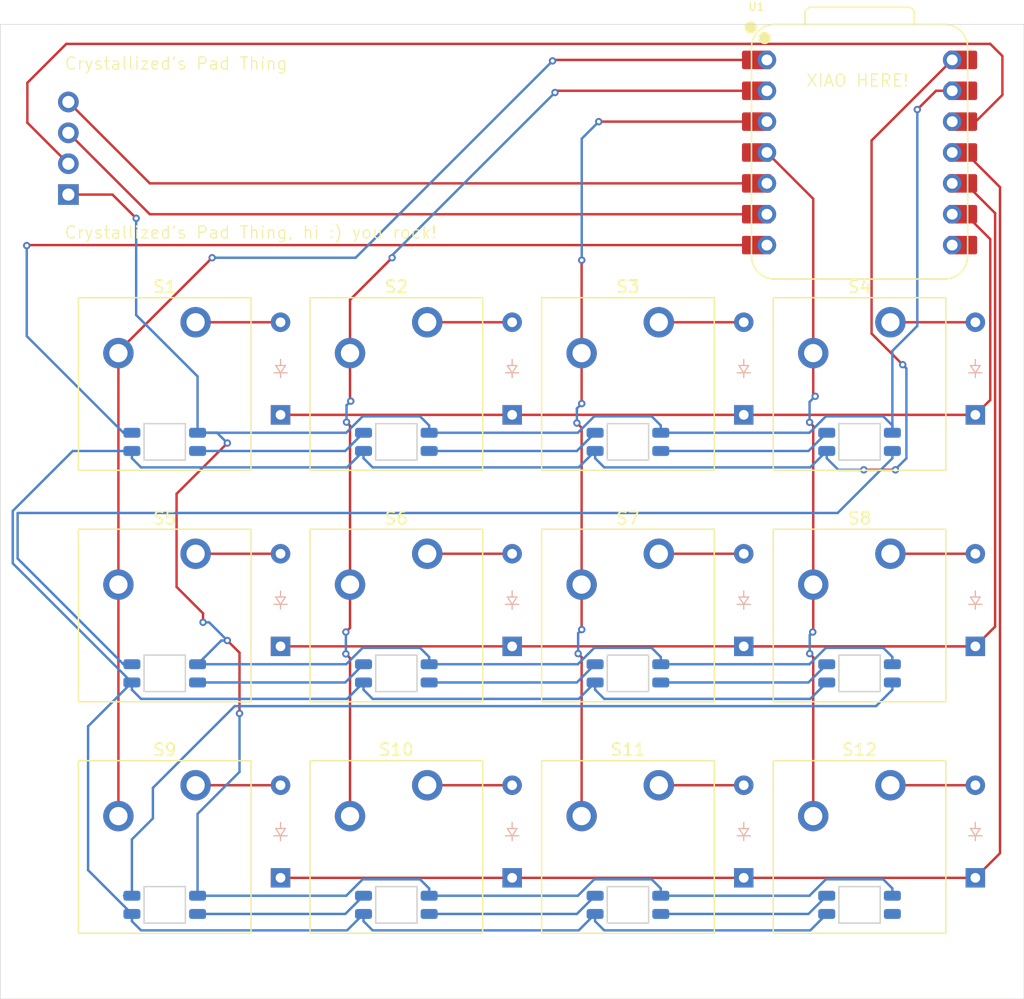
<source format=kicad_pcb>
(kicad_pcb (version 20241229) (generator "pcbnew") (generator_version "9.0")
  (layers (0 "F.Cu" signal) (2 "B.Cu" signal) (13 "F.Paste" user) (15 "B.Paste" user) (5 "F.SilkS" user "F.Silkscreen") (7 "B.SilkS" user "B.Silkscreen") (1 "F.Mask" user) (3 "B.Mask" user) (25 "Edge.Cuts" user))
  (net 0 "")
  (net 1 "Net-(D1-A)")
  (net 2 "Row 0")
  (net 3 "Net-(D2-A)")
  (net 4 "Net-(D3-A)")
  (net 5 "Net-(D4-A)")
  (net 6 "Row 1")
  (net 7 "Net-(D5-A)")
  (net 8 "Net-(D6-A)")
  (net 9 "Net-(D7-A)")
  (net 10 "Net-(D8-A)")
  (net 11 "Row 2")
  (net 12 "Net-(D9-A)")
  (net 13 "Net-(D10-A)")
  (net 14 "Net-(D11-A)")
  (net 15 "Net-(D12-A)")
  (net 16 "GND")
  (net 17 "LED")
  (net 18 "+5V")
  (net 19 "Net-(D13-DOUT)")
  (net 20 "Net-(D14-DOUT)")
  (net 21 "Net-(D15-DOUT)")
  (net 22 "Net-(D16-DOUT)")
  (net 23 "Net-(D17-DOUT)")
  (net 24 "Net-(D18-DOUT)")
  (net 25 "Net-(D19-DOUT)")
  (net 26 "Net-(D20-DOUT)")
  (net 27 "Net-(D21-DOUT)")
  (net 28 "Net-(D22-DOUT)")
  (net 29 "Net-(D23-DOUT)")
  (net 31 "+3.3V")
  (net 32 "Net-(J1-SDA)")
  (net 33 "Net-(J1-SCL)")
  (net 34 "Column 0")
  (net 35 "Column 1")
  (net 36 "Column 2")
  (net 37 "Column 3")
  (footprint "ScottoKeebs_MX:MX_PCB_1.00u" (layer "F.Cu") (at 142.6875 80.9625)
    (property "Reference" "S2")
    (property "Value" "Keyswitch")
  )
  (footprint "ScottoKeebs_MX:MX_PCB_1.00u" (layer "F.Cu") (at 180.7875 100.0125)
    (property "Reference" "S8")
    (property "Value" "Keyswitch")
  )
  (footprint "ScottoKeebs_MX:MX_PCB_1.00u" (layer "F.Cu") (at 180.7875 119.0625)
    (property "Reference" "S12")
    (property "Value" "Keyswitch")
  )
  (footprint "OPL:XIAO-RP2040-DIP" (layer "F.Cu") (at 180.7875 61.9125)
    (property "Reference" "U1")
    (property "Value" "XIAO-RP2040-DIP")
  )
  (footprint "ScottoKeebs_MX:MX_PCB_1.00u" (layer "F.Cu") (at 161.7375 119.0625)
    (property "Reference" "S11")
    (property "Value" "Keyswitch")
  )
  (footprint "ScottoKeebs_MX:MX_PCB_1.00u" (layer "F.Cu") (at 123.6375 119.0625)
    (property "Reference" "S9")
    (property "Value" "Keyswitch")
  )
  (footprint "ScottoKeebs_MX:MX_PCB_1.00u" (layer "F.Cu") (at 142.6875 100.0125)
    (property "Reference" "S6")
    (property "Value" "Keyswitch")
  )
  (footprint "ScottoKeebs_MX:MX_PCB_1.00u" (layer "F.Cu") (at 123.6375 80.9625)
    (property "Reference" "S1")
    (property "Value" "Keyswitch")
  )
  (footprint "ScottoKeebs_MX:MX_PCB_1.00u" (layer "F.Cu") (at 161.7375 100.0125)
    (property "Reference" "S7")
    (property "Value" "Keyswitch")
  )
  (footprint "ScottoKeebs_Components:OLED_128x32" (layer "F.Cu") (at 114.1125 55.575)
    (property "Reference" "J1" (hide yes))
    (property "Value" "OLED_128x32")
  )
  (footprint "ScottoKeebs_MX:MX_PCB_1.00u" (layer "F.Cu") (at 180.7875 80.9625)
    (property "Reference" "S4")
    (property "Value" "Keyswitch")
  )
  (footprint "ScottoKeebs_MX:MX_PCB_1.00u" (layer "F.Cu") (at 142.6875 119.0625)
    (property "Reference" "S10")
    (property "Value" "Keyswitch")
  )
  (footprint "ScottoKeebs_MX:MX_PCB_1.00u" (layer "F.Cu") (at 123.6375 100.0125)
    (property "Reference" "S5")
    (property "Value" "Keyswitch")
  )
  (footprint "ScottoKeebs_MX:MX_PCB_1.00u" (layer "F.Cu") (at 161.7375 80.9625)
    (property "Reference" "S3")
    (property "Value" "Keyswitch")
  )
  (footprint "ScottoKeebs_Components:Diode_DO-35" (layer "B.Cu") (at 190.3125 121.6025 90)
    (property "Reference" "D12" (hide yes))
    (property "Value" "Diode" (hide yes))
  )
  (footprint "ScottoKeebs_Components:Diode_DO-35" (layer "B.Cu") (at 152.2125 121.6025 90)
    (property "Reference" "D10" (hide yes))
    (property "Value" "Diode" (hide yes))
  )
  (footprint "ScottoKeebs_Components:Diode_DO-35" (layer "B.Cu") (at 190.3125 83.5025 90)
    (property "Reference" "D4" (hide yes))
    (property "Value" "Diode" (hide yes))
  )
  (footprint "ScottoKeebs_Components:LED_SK6812MINI" (layer "B.Cu") (at 142.6875 85.725)
    (property "Reference" "D14" (hide yes))
    (property "Value" "SK6812MINI" (hide yes))
    (fp_line (start -1.7 -1.5) (end 1.7 -1.5) (stroke (width 0.12)) (layer "Edge.Cuts"))
    (fp_line (start -1.7 1.5) (end -1.7 -1.5) (stroke (width 0.12)) (layer "Edge.Cuts"))
    (fp_line (start 1.7 -1.5) (end 1.7 1.5) (stroke (width 0.12)) (layer "Edge.Cuts"))
    (fp_line (start 1.7 1.5) (end -1.7 1.5) (stroke (width 0.12)) (layer "Edge.Cuts"))
  )
  (footprint "ScottoKeebs_Components:Diode_DO-35" (layer "B.Cu") (at 152.2125 102.5525 90)
    (property "Reference" "D6" (hide yes))
    (property "Value" "Diode" (hide yes))
  )
  (footprint "ScottoKeebs_Components:Diode_DO-35" (layer "B.Cu") (at 171.2625 102.5525 90)
    (property "Reference" "D7" (hide yes))
    (property "Value" "Diode" (hide yes))
  )
  (footprint "ScottoKeebs_Components:Diode_DO-35" (layer "B.Cu") (at 171.2625 83.5025 90)
    (property "Reference" "D3" (hide yes))
    (property "Value" "Diode" (hide yes))
  )
  (footprint "ScottoKeebs_Components:LED_SK6812MINI" (layer "B.Cu") (at 142.6875 123.825)
    (property "Reference" "D22" (hide yes))
    (property "Value" "SK6812MINI" (hide yes))
    (fp_line (start -1.7 -1.5) (end 1.7 -1.5) (stroke (width 0.12)) (layer "Edge.Cuts"))
    (fp_line (start -1.7 1.5) (end -1.7 -1.5) (stroke (width 0.12)) (layer "Edge.Cuts"))
    (fp_line (start 1.7 -1.5) (end 1.7 1.5) (stroke (width 0.12)) (layer "Edge.Cuts"))
    (fp_line (start 1.7 1.5) (end -1.7 1.5) (stroke (width 0.12)) (layer "Edge.Cuts"))
  )
  (footprint "ScottoKeebs_Components:LED_SK6812MINI" (layer "B.Cu") (at 161.7375 104.775)
    (property "Reference" "D19" (hide yes))
    (property "Value" "SK6812MINI" (hide yes))
    (fp_line (start -1.7 -1.5) (end 1.7 -1.5) (stroke (width 0.12)) (layer "Edge.Cuts"))
    (fp_line (start -1.7 1.5) (end -1.7 -1.5) (stroke (width 0.12)) (layer "Edge.Cuts"))
    (fp_line (start 1.7 -1.5) (end 1.7 1.5) (stroke (width 0.12)) (layer "Edge.Cuts"))
    (fp_line (start 1.7 1.5) (end -1.7 1.5) (stroke (width 0.12)) (layer "Edge.Cuts"))
  )
  (footprint "ScottoKeebs_Components:LED_SK6812MINI" (layer "B.Cu") (at 161.7375 85.725)
    (property "Reference" "D15" (hide yes))
    (property "Value" "SK6812MINI" (hide yes))
    (fp_line (start -1.7 -1.5) (end 1.7 -1.5) (stroke (width 0.12)) (layer "Edge.Cuts"))
    (fp_line (start -1.7 1.5) (end -1.7 -1.5) (stroke (width 0.12)) (layer "Edge.Cuts"))
    (fp_line (start 1.7 -1.5) (end 1.7 1.5) (stroke (width 0.12)) (layer "Edge.Cuts"))
    (fp_line (start 1.7 1.5) (end -1.7 1.5) (stroke (width 0.12)) (layer "Edge.Cuts"))
  )
  (footprint "ScottoKeebs_Components:LED_SK6812MINI" (layer "B.Cu") (at 161.7375 123.825)
    (property "Reference" "D23" (hide yes))
    (property "Value" "SK6812MINI" (hide yes))
    (fp_line (start -1.7 -1.5) (end 1.7 -1.5) (stroke (width 0.12)) (layer "Edge.Cuts"))
    (fp_line (start -1.7 1.5) (end -1.7 -1.5) (stroke (width 0.12)) (layer "Edge.Cuts"))
    (fp_line (start 1.7 -1.5) (end 1.7 1.5) (stroke (width 0.12)) (layer "Edge.Cuts"))
    (fp_line (start 1.7 1.5) (end -1.7 1.5) (stroke (width 0.12)) (layer "Edge.Cuts"))
  )
  (footprint "ScottoKeebs_Components:LED_SK6812MINI" (layer "B.Cu") (at 142.6875 104.775)
    (property "Reference" "D18" (hide yes))
    (property "Value" "SK6812MINI" (hide yes))
    (fp_line (start -1.7 -1.5) (end 1.7 -1.5) (stroke (width 0.12)) (layer "Edge.Cuts"))
    (fp_line (start -1.7 1.5) (end -1.7 -1.5) (stroke (width 0.12)) (layer "Edge.Cuts"))
    (fp_line (start 1.7 -1.5) (end 1.7 1.5) (stroke (width 0.12)) (layer "Edge.Cuts"))
    (fp_line (start 1.7 1.5) (end -1.7 1.5) (stroke (width 0.12)) (layer "Edge.Cuts"))
  )
  (footprint "ScottoKeebs_Components:Diode_DO-35" (layer "B.Cu") (at 171.2625 121.6025 90)
    (property "Reference" "D11" (hide yes))
    (property "Value" "Diode" (hide yes))
  )
  (footprint "ScottoKeebs_Components:Diode_DO-35" (layer "B.Cu") (at 152.2125 83.5025 90)
    (property "Reference" "D2" (hide yes))
    (property "Value" "Diode" (hide yes))
  )
  (footprint "ScottoKeebs_Components:Diode_DO-35" (layer "B.Cu") (at 133.1625 121.6025 90)
    (property "Reference" "D9" (hide yes))
    (property "Value" "Diode" (hide yes))
  )
  (footprint "ScottoKeebs_Components:Diode_DO-35" (layer "B.Cu") (at 190.3125 102.5525 90)
    (property "Reference" "D8" (hide yes))
    (property "Value" "Diode" (hide yes))
  )
  (footprint "ScottoKeebs_Components:LED_SK6812MINI" (layer "B.Cu") (at 180.7875 85.725)
    (property "Reference" "D16" (hide yes))
    (property "Value" "SK6812MINI" (hide yes))
    (fp_line (start -1.7 -1.5) (end 1.7 -1.5) (stroke (width 0.12)) (layer "Edge.Cuts"))
    (fp_line (start -1.7 1.5) (end -1.7 -1.5) (stroke (width 0.12)) (layer "Edge.Cuts"))
    (fp_line (start 1.7 -1.5) (end 1.7 1.5) (stroke (width 0.12)) (layer "Edge.Cuts"))
    (fp_line (start 1.7 1.5) (end -1.7 1.5) (stroke (width 0.12)) (layer "Edge.Cuts"))
  )
  (footprint "ScottoKeebs_Components:LED_SK6812MINI" (layer "B.Cu") (at 123.6375 85.725)
    (property "Reference" "D13" (hide yes))
    (property "Value" "SK6812MINI" (hide yes))
    (fp_line (start -1.7 -1.5) (end 1.7 -1.5) (stroke (width 0.12)) (layer "Edge.Cuts"))
    (fp_line (start -1.7 1.5) (end -1.7 -1.5) (stroke (width 0.12)) (layer "Edge.Cuts"))
    (fp_line (start 1.7 -1.5) (end 1.7 1.5) (stroke (width 0.12)) (layer "Edge.Cuts"))
    (fp_line (start 1.7 1.5) (end -1.7 1.5) (stroke (width 0.12)) (layer "Edge.Cuts"))
  )
  (footprint "ScottoKeebs_Components:LED_SK6812MINI" (layer "B.Cu") (at 180.7875 123.825)
    (property "Reference" "D24" (hide yes))
    (property "Value" "SK6812MINI" (hide yes))
    (fp_line (start -1.7 -1.5) (end 1.7 -1.5) (stroke (width 0.12)) (layer "Edge.Cuts"))
    (fp_line (start -1.7 1.5) (end -1.7 -1.5) (stroke (width 0.12)) (layer "Edge.Cuts"))
    (fp_line (start 1.7 -1.5) (end 1.7 1.5) (stroke (width 0.12)) (layer "Edge.Cuts"))
    (fp_line (start 1.7 1.5) (end -1.7 1.5) (stroke (width 0.12)) (layer "Edge.Cuts"))
  )
  (footprint "ScottoKeebs_Components:LED_SK6812MINI" (layer "B.Cu") (at 180.7875 104.775)
    (property "Reference" "D20" (hide yes))
    (property "Value" "SK6812MINI" (hide yes))
    (fp_line (start -1.7 -1.5) (end 1.7 -1.5) (stroke (width 0.12)) (layer "Edge.Cuts"))
    (fp_line (start -1.7 1.5) (end -1.7 -1.5) (stroke (width 0.12)) (layer "Edge.Cuts"))
    (fp_line (start 1.7 -1.5) (end 1.7 1.5) (stroke (width 0.12)) (layer "Edge.Cuts"))
    (fp_line (start 1.7 1.5) (end -1.7 1.5) (stroke (width 0.12)) (layer "Edge.Cuts"))
  )
  (footprint "ScottoKeebs_Components:LED_SK6812MINI" (layer "B.Cu") (at 123.6375 104.775)
    (property "Reference" "D17" (hide yes))
    (property "Value" "SK6812MINI" (hide yes))
    (fp_line (start -1.7 -1.5) (end 1.7 -1.5) (stroke (width 0.12)) (layer "Edge.Cuts"))
    (fp_line (start -1.7 1.5) (end -1.7 -1.5) (stroke (width 0.12)) (layer "Edge.Cuts"))
    (fp_line (start 1.7 -1.5) (end 1.7 1.5) (stroke (width 0.12)) (layer "Edge.Cuts"))
    (fp_line (start 1.7 1.5) (end -1.7 1.5) (stroke (width 0.12)) (layer "Edge.Cuts"))
  )
  (footprint "ScottoKeebs_Components:Diode_DO-35" (layer "B.Cu") (at 133.1625 83.5025 90)
    (property "Reference" "D1" (hide yes))
    (property "Value" "Diode" (hide yes))
  )
  (footprint "ScottoKeebs_Components:LED_SK6812MINI" (layer "B.Cu") (at 123.6375 123.825)
    (property "Reference" "D21" (hide yes))
    (property "Value" "SK6812MINI" (hide yes))
    (fp_line (start -1.7 -1.5) (end 1.7 -1.5) (stroke (width 0.12)) (layer "Edge.Cuts"))
    (fp_line (start -1.7 1.5) (end -1.7 -1.5) (stroke (width 0.12)) (layer "Edge.Cuts"))
    (fp_line (start 1.7 -1.5) (end 1.7 1.5) (stroke (width 0.12)) (layer "Edge.Cuts"))
    (fp_line (start 1.7 1.5) (end -1.7 1.5) (stroke (width 0.12)) (layer "Edge.Cuts"))
  )
  (footprint "ScottoKeebs_Components:Diode_DO-35" (layer "B.Cu") (at 133.1625 102.5525 90)
    (property "Reference" "D5" (hide yes))
    (property "Value" "Diode" (hide yes))
  )
  (gr_rect (start 110.1125 51.375) (end 194.3125 131.575) (stroke (width 0.05)) (fill no) (layer "Edge.Cuts"))
  (gr_text "Crystallized's Pad Thing" (at 115.3375 55.175 0) (layer "F.SilkS") (effects (font (size 1 1) (thickness 0.1)) (justify left bottom)))
  (gr_text "XIAO HERE!" (at 176.3375 56.575 0) (layer "F.SilkS") (effects (font (size 1 1) (thickness 0.1)) (justify left bottom)))
  (gr_text "Crystallized's Pad Thing, hi :) you rock!" (at 115.3375 69.075 0) (layer "F.SilkS") (effects (font (size 1 1) (thickness 0.1)) (justify left bottom)))
  (segment (start 126.1775 75.8825) (end 133.1625 75.8825) (width 0.2) (layer "F.Cu") (net 1))
  (segment (start 126.23 75.8825) (end 126.2875 75.825) (width 0.2) (layer "F.Cu") (net 1))
  (segment (start 126.1775 75.8825) (end 126.23 75.8825) (width 0.2) (layer "F.Cu") (net 1))
  (segment (start 126.2875 75.825) (end 126.345 75.8825) (width 0.2) (layer "F.Cu") (net 1))
  (segment (start 190.3125 83.5025) (end 191.5375 82.2775) (width 0.2) (layer "F.Cu") (net 2))
  (segment (start 191.5375 69.04487) (end 189.48513 66.9925) (width 0.2) (layer "F.Cu") (net 2))
  (segment (start 189.48513 66.9925) (end 188.4075 66.9925) (width 0.2) (layer "F.Cu") (net 2))
  (segment (start 191.5375 82.2775) (end 191.5375 69.04487) (width 0.2) (layer "F.Cu") (net 2))
  (segment (start 133.1625 83.5025) (end 190.3125 83.5025) (width 0.2) (layer "F.Cu") (net 2))
  (segment (start 145.2275 75.8825) (end 152.2125 75.8825) (width 0.2) (layer "F.Cu") (net 3))
  (segment (start 164.2775 75.8825) (end 171.2625 75.8825) (width 0.2) (layer "F.Cu") (net 4))
  (segment (start 183.3275 75.8825) (end 190.3125 75.8825) (width 0.2) (layer "F.Cu") (net 5))
  (segment (start 189.48513 64.4525) (end 188.4075 64.4525) (width 0.2) (layer "F.Cu") (net 6))
  (segment (start 191.9385 100.9265) (end 191.9385 66.90587) (width 0.2) (layer "F.Cu") (net 6))
  (segment (start 190.3125 102.5525) (end 191.9385 100.9265) (width 0.2) (layer "F.Cu") (net 6))
  (segment (start 190.3125 102.5525) (end 171.2625 102.5525) (width 0.2) (layer "F.Cu") (net 6))
  (segment (start 133.1625 102.5525) (end 190.3125 102.5525) (width 0.2) (layer "F.Cu") (net 6))
  (segment (start 191.9385 66.90587) (end 189.48513 64.4525) (width 0.2) (layer "F.Cu") (net 6))
  (segment (start 126.1775 94.9325) (end 133.1625 94.9325) (width 0.2) (layer "F.Cu") (net 7))
  (segment (start 145.2275 94.9325) (end 152.2125 94.9325) (width 0.2) (layer "F.Cu") (net 8))
  (segment (start 164.2775 94.9325) (end 171.2625 94.9325) (width 0.2) (layer "F.Cu") (net 9))
  (segment (start 183.3275 94.9325) (end 190.3125 94.9325) (width 0.2) (layer "F.Cu") (net 10))
  (segment (start 189.48513 61.9125) (end 192.3395 64.76687) (width 0.2) (layer "F.Cu") (net 11))
  (segment (start 133.1625 121.6025) (end 190.3125 121.6025) (width 0.2) (layer "F.Cu") (net 11))
  (segment (start 188.4075 61.9125) (end 189.48513 61.9125) (width 0.2) (layer "F.Cu") (net 11))
  (segment (start 192.3395 64.76687) (end 192.3395 119.5755) (width 0.2) (layer "F.Cu") (net 11))
  (segment (start 192.3395 119.5755) (end 190.3125 121.6025) (width 0.2) (layer "F.Cu") (net 11))
  (segment (start 126.1775 113.9825) (end 133.1625 113.9825) (width 0.2) (layer "F.Cu") (net 12))
  (segment (start 145.2275 113.9825) (end 152.2125 113.9825) (width 0.2) (layer "F.Cu") (net 13))
  (segment (start 164.2775 113.9825) (end 171.2625 113.9825) (width 0.2) (layer "F.Cu") (net 14))
  (segment (start 183.3275 113.9825) (end 190.3125 113.9825) (width 0.2) (layer "F.Cu") (net 15))
  (segment (start 124.611316 97.6615) (end 126.7875 99.837684) (width 0.2) (layer "F.Cu") (net 16))
  (segment (start 185.5375 58.375) (end 187.08 56.8325) (width 0.2) (layer "F.Cu") (net 16))
  (segment (start 126.7875 99.837684) (end 126.7875 100.575) (width 0.2) (layer "F.Cu") (net 16))
  (segment (start 119.3375 65.375) (end 121.2875 67.325) (width 0.2) (layer "F.Cu") (net 16))
  (segment (start 124.611316 90.001184) (end 124.611316 97.6615) (width 0.2) (layer "F.Cu") (net 16))
  (segment (start 128.7875 85.825) (end 124.611316 90.001184) (width 0.2) (layer "F.Cu") (net 16))
  (segment (start 115.7125 65.375) (end 119.3375 65.375) (width 0.2) (layer "F.Cu") (net 16))
  (segment (start 187.08 56.8325) (end 188.4075 56.8325) (width 0.2) (layer "F.Cu") (net 16))
  (segment (start 129.7875 108.075) (end 129.7875 103.075) (width 0.2) (layer "F.Cu") (net 16))
  (segment (start 129.7875 103.075) (end 128.7875 102.075) (width 0.2) (layer "F.Cu") (net 16))
  (via (at 121.2875 67.325) (size 0.6) (drill 0.3) (layers "F.Cu" "B.Cu") (net 16))
  (via (at 128.7875 102.075) (size 0.6) (drill 0.3) (layers "F.Cu" "B.Cu") (net 16))
  (via (at 128.7875 85.825) (size 0.6) (drill 0.3) (layers "F.Cu" "B.Cu") (net 16))
  (via (at 185.5375 58.375) (size 0.6) (drill 0.3) (layers "F.Cu" "B.Cu") (net 16))
  (via (at 126.7875 100.575) (size 0.6) (drill 0.3) (layers "F.Cu" "B.Cu") (net 16))
  (via (at 129.7875 108.075) (size 0.6) (drill 0.3) (layers "F.Cu" "B.Cu") (net 16))
  (segment (start 164.4375 104.025) (end 176.666226 104.025) (width 0.2) (layer "B.Cu") (net 16))
  (segment (start 183.4875 122.475058) (end 183.4875 123.075) (width 0.2) (layer "B.Cu") (net 16))
  (segment (start 138.566226 104.025) (end 139.917226 102.674) (width 0.2) (layer "B.Cu") (net 16))
  (segment (start 128.7875 102.075) (end 128.2875 102.075) (width 0.2) (layer "B.Cu") (net 16))
  (segment (start 183.4875 84.375058) (end 183.4875 84.975) (width 0.2) (layer "B.Cu") (net 16))
  (segment (start 176.666226 104.025) (end 178.017226 102.674) (width 0.2) (layer "B.Cu") (net 16))
  (segment (start 139.917226 83.624) (end 144.636442 83.624) (width 0.2) (layer "B.Cu") (net 16))
  (segment (start 164.4375 84.375058) (end 164.4375 84.975) (width 0.2) (layer "B.Cu") (net 16))
  (segment (start 126.3375 123.075) (end 138.566226 123.075) (width 0.2) (layer "B.Cu") (net 16))
  (segment (start 145.3875 84.975) (end 157.616226 84.975) (width 0.2) (layer "B.Cu") (net 16))
  (segment (start 145.3875 122.475058) (end 145.3875 123.075) (width 0.2) (layer "B.Cu") (net 16))
  (segment (start 182.736442 83.624) (end 183.4875 84.375058) (width 0.2) (layer "B.Cu") (net 16))
  (segment (start 138.566226 123.075) (end 139.917226 121.724) (width 0.2) (layer "B.Cu") (net 16))
  (segment (start 163.686442 121.724) (end 164.4375 122.475058) (width 0.2) (layer "B.Cu") (net 16))
  (segment (start 163.686442 102.674) (end 164.4375 103.425058) (width 0.2) (layer "B.Cu") (net 16))
  (segment (start 164.4375 84.975) (end 176.666226 84.975) (width 0.2) (layer "B.Cu") (net 16))
  (segment (start 185.5375 76.185946) (end 185.5375 58.375) (width 0.2) (layer "B.Cu") (net 16))
  (segment (start 176.666226 84.975) (end 178.017226 83.624) (width 0.2) (layer "B.Cu") (net 16))
  (segment (start 163.686442 83.624) (end 164.4375 84.375058) (width 0.2) (layer "B.Cu") (net 16))
  (segment (start 129.7875 112.885946) (end 129.7875 108.075) (width 0.2) (layer "B.Cu") (net 16))
  (segment (start 164.4375 103.425058) (end 164.4375 104.025) (width 0.2) (layer "B.Cu") (net 16))
  (segment (start 144.636442 83.624) (end 145.3875 84.375058) (width 0.2) (layer "B.Cu") (net 16))
  (segment (start 183.4875 103.425058) (end 183.4875 104.025) (width 0.2) (layer "B.Cu") (net 16))
  (segment (start 126.3375 123.075) (end 126.3375 116.335946) (width 0.2) (layer "B.Cu") (net 16))
  (segment (start 126.3375 84.975) (end 127.9375 84.975) (width 0.2) (layer "B.Cu") (net 16))
  (segment (start 157.616226 84.975) (end 158.967226 83.624) (width 0.2) (layer "B.Cu") (net 16))
  (segment (start 176.666226 123.075) (end 178.017226 121.724) (width 0.2) (layer "B.Cu") (net 16))
  (segment (start 128.2875 102.075) (end 126.3375 104.025) (width 0.2) (layer "B.Cu") (net 16))
  (segment (start 126.3375 104.025) (end 138.566226 104.025) (width 0.2) (layer "B.Cu") (net 16))
  (segment (start 121.2875 67.325) (end 121.2875 75.287684) (width 0.2) (layer "B.Cu") (net 16))
  (segment (start 144.636442 102.674) (end 145.3875 103.425058) (width 0.2) (layer "B.Cu") (net 16))
  (segment (start 178.017226 102.674) (end 182.736442 102.674) (width 0.2) (layer "B.Cu") (net 16))
  (segment (start 183.4875 84.975) (end 183.4875 78.235946) (width 0.2) (layer "B.Cu") (net 16))
  (segment (start 178.017226 83.624) (end 182.736442 83.624) (width 0.2) (layer "B.Cu") (net 16))
  (segment (start 145.3875 84.375058) (end 145.3875 84.975) (width 0.2) (layer "B.Cu") (net 16))
  (segment (start 157.616226 104.025) (end 158.967226 102.674) (width 0.2) (layer "B.Cu") (net 16))
  (segment (start 144.636442 121.724) (end 145.3875 122.475058) (width 0.2) (layer "B.Cu") (net 16))
  (segment (start 164.4375 123.075) (end 176.666226 123.075) (width 0.2) (layer "B.Cu") (net 16))
  (segment (start 158.967226 83.624) (end 163.686442 83.624) (width 0.2) (layer "B.Cu") (net 16))
  (segment (start 127.2875 100.575) (end 128.7875 102.075) (width 0.2) (layer "B.Cu") (net 16))
  (segment (start 138.566226 84.975) (end 139.917226 83.624) (width 0.2) (layer "B.Cu") (net 16))
  (segment (start 126.3375 80.337684) (end 126.3375 84.975) (width 0.2) (layer "B.Cu") (net 16))
  (segment (start 178.017226 121.724) (end 182.736442 121.724) (width 0.2) (layer "B.Cu") (net 16))
  (segment (start 139.917226 102.674) (end 144.636442 102.674) (width 0.2) (layer "B.Cu") (net 16))
  (segment (start 164.4375 122.475058) (end 164.4375 123.075) (width 0.2) (layer "B.Cu") (net 16))
  (segment (start 139.917226 121.724) (end 144.636442 121.724) (width 0.2) (layer "B.Cu") (net 16))
  (segment (start 182.736442 121.724) (end 183.4875 122.475058) (width 0.2) (layer "B.Cu") (net 16))
  (segment (start 183.4875 78.235946) (end 185.5375 76.185946) (width 0.2) (layer "B.Cu") (net 16))
  (segment (start 158.967226 102.674) (end 163.686442 102.674) (width 0.2) (layer "B.Cu") (net 16))
  (segment (start 126.3375 116.335946) (end 129.7875 112.885946) (width 0.2) (layer "B.Cu") (net 16))
  (segment (start 145.3875 103.425058) (end 145.3875 104.025) (width 0.2) (layer "B.Cu") (net 16))
  (segment (start 145.3875 104.025) (end 157.616226 104.025) (width 0.2) (layer "B.Cu") (net 16))
  (segment (start 127.9375 84.975) (end 128.7875 85.825) (width 0.2) (layer "B.Cu") (net 16))
  (segment (start 126.7875 100.575) (end 127.2875 100.575) (width 0.2) (layer "B.Cu") (net 16))
  (segment (start 121.2875 75.287684) (end 126.3375 80.337684) (width 0.2) (layer "B.Cu") (net 16))
  (segment (start 157.616226 123.075) (end 158.967226 121.724) (width 0.2) (layer "B.Cu") (net 16))
  (segment (start 126.3375 84.975) (end 138.566226 84.975) (width 0.2) (layer "B.Cu") (net 16))
  (segment (start 158.967226 121.724) (end 163.686442 121.724) (width 0.2) (layer "B.Cu") (net 16))
  (segment (start 145.3875 123.075) (end 157.616226 123.075) (width 0.2) (layer "B.Cu") (net 16))
  (segment (start 182.736442 102.674) (end 183.4875 103.425058) (width 0.2) (layer "B.Cu") (net 16))
  (segment (start 112.33 69.5325) (end 173.1675 69.5325) (width 0.2) (layer "F.Cu") (net 17))
  (segment (start 112.2875 69.575) (end 112.33 69.5325) (width 0.2) (layer "F.Cu") (net 17))
  (via (at 112.2875 69.575) (size 0.6) (drill 0.3) (layers "F.Cu" "B.Cu") (net 17))
  (segment (start 112.2875 77.025) (end 112.2875 69.575) (width 0.2) (layer "B.Cu") (net 17))
  (segment (start 120.2375 84.975) (end 112.2875 77.025) (width 0.2) (layer "B.Cu") (net 17))
  (segment (start 120.9375 84.975) (end 120.2375 84.975) (width 0.2) (layer "B.Cu") (net 17))
  (segment (start 183.7375 88.025) (end 181.1375 88.025) (width 0.2) (layer "F.Cu") (net 18))
  (segment (start 181.7765 60.9235) (end 188.4075 54.2925) (width 0.2) (layer "F.Cu") (net 18))
  (segment (start 184.3375 79.375) (end 181.7765 76.814) (width 0.2) (layer "F.Cu") (net 18))
  (segment (start 181.7765 76.814) (end 181.7765 60.9235) (width 0.2) (layer "F.Cu") (net 18))
  (via (at 183.7375 88.025) (size 0.6) (drill 0.3) (layers "F.Cu" "B.Cu") (net 18))
  (via (at 181.1375 88.025) (size 0.6) (drill 0.3) (layers "F.Cu" "B.Cu") (net 18))
  (via (at 184.3375 79.375) (size 0.6) (drill 0.3) (layers "F.Cu" "B.Cu") (net 18))
  (segment (start 139.9875 106.124942) (end 140.738558 106.876) (width 0.2) (layer "B.Cu") (net 18))
  (segment (start 120.9375 124.575) (end 120.9375 125.174942) (width 0.2) (layer "B.Cu") (net 18))
  (segment (start 159.0375 124.575) (end 159.0375 125.174942) (width 0.2) (layer "B.Cu") (net 18))
  (segment (start 159.0375 106.124942) (end 159.788558 106.876) (width 0.2) (layer "B.Cu") (net 18))
  (segment (start 179.037558 88.025) (end 181.1375 88.025) (width 0.2) (layer "B.Cu") (net 18))
  (segment (start 120.9375 106.124942) (end 121.688558 106.876) (width 0.2) (layer "B.Cu") (net 18))
  (segment (start 139.9875 86.475) (end 139.9875 87.074942) (width 0.2) (layer "B.Cu") (net 18))
  (segment (start 120.9375 125.174942) (end 121.688558 125.926) (width 0.2) (layer "B.Cu") (net 18))
  (segment (start 176.7365 125.926) (end 178.0875 124.575) (width 0.2) (layer "B.Cu") (net 18))
  (segment (start 120.9375 86.475) (end 120.9375 87.074942) (width 0.2) (layer "B.Cu") (net 18))
  (segment (start 138.6365 125.926) (end 139.9875 124.575) (width 0.2) (layer "B.Cu") (net 18))
  (segment (start 121.688558 87.826) (end 138.6365 87.826) (width 0.2) (layer "B.Cu") (net 18))
  (segment (start 117.3315 109.131) (end 120.9375 105.525) (width 0.2) (layer "B.Cu") (net 18))
  (segment (start 139.9875 124.575) (end 139.9875 125.174942) (width 0.2) (layer "B.Cu") (net 18))
  (segment (start 157.6865 87.826) (end 159.0375 86.475) (width 0.2) (layer "B.Cu") (net 18))
  (segment (start 140.738558 106.876) (end 157.6865 106.876) (width 0.2) (layer "B.Cu") (net 18))
  (segment (start 138.6365 106.876) (end 139.9875 105.525) (width 0.2) (layer "B.Cu") (net 18))
  (segment (start 159.0375 125.174942) (end 159.788558 125.926) (width 0.2) (layer "B.Cu") (net 18))
  (segment (start 140.738558 125.926) (end 157.6865 125.926) (width 0.2) (layer "B.Cu") (net 18))
  (segment (start 159.0375 86.475) (end 159.0375 87.074942) (width 0.2) (layer "B.Cu") (net 18))
  (segment (start 178.0875 86.475) (end 178.0875 87.074942) (width 0.2) (layer "B.Cu") (net 18))
  (segment (start 120.9375 124.575) (end 117.3315 120.969) (width 0.2) (layer "B.Cu") (net 18))
  (segment (start 159.788558 125.926) (end 176.7365 125.926) (width 0.2) (layer "B.Cu") (net 18))
  (segment (start 138.6365 87.826) (end 139.9875 86.475) (width 0.2) (layer "B.Cu") (net 18))
  (segment (start 139.9875 87.074942) (end 140.738558 87.826) (width 0.2) (layer "B.Cu") (net 18))
  (segment (start 111.1365 91.4089) (end 116.0704 86.475) (width 0.2) (layer "B.Cu") (net 18))
  (segment (start 116.0704 86.475) (end 120.9375 86.475) (width 0.2) (layer "B.Cu") (net 18))
  (segment (start 120.9375 105.525) (end 120.9375 106.124942) (width 0.2) (layer "B.Cu") (net 18))
  (segment (start 183.7375 87.983) (end 184.6415 87.079) (width 0.2) (layer "B.Cu") (net 18))
  (segment (start 176.7365 106.876) (end 178.0875 105.525) (width 0.2) (layer "B.Cu") (net 18))
  (segment (start 120.9375 87.074942) (end 121.688558 87.826) (width 0.2) (layer "B.Cu") (net 18))
  (segment (start 178.0875 87.074942) (end 179.037558 88.025) (width 0.2) (layer "B.Cu") (net 18))
  (segment (start 139.9875 105.525) (end 139.9875 106.124942) (width 0.2) (layer "B.Cu") (net 18))
  (segment (start 184.6415 79.679) (end 184.3375 79.375) (width 0.2) (layer "B.Cu") (net 18))
  (segment (start 157.6865 125.926) (end 159.0375 124.575) (width 0.2) (layer "B.Cu") (net 18))
  (segment (start 159.788558 87.826) (end 176.7365 87.826) (width 0.2) (layer "B.Cu") (net 18))
  (segment (start 184.6415 87.079) (end 184.6415 79.679) (width 0.2) (layer "B.Cu") (net 18))
  (segment (start 176.7365 87.826) (end 178.0875 86.475) (width 0.2) (layer "B.Cu") (net 18))
  (segment (start 121.688558 106.876) (end 138.6365 106.876) (width 0.2) (layer "B.Cu") (net 18))
  (segment (start 139.9875 125.174942) (end 140.738558 125.926) (width 0.2) (layer "B.Cu") (net 18))
  (segment (start 121.688558 125.926) (end 138.6365 125.926) (width 0.2) (layer "B.Cu") (net 18))
  (segment (start 159.788558 106.876) (end 176.7365 106.876) (width 0.2) (layer "B.Cu") (net 18))
  (segment (start 159.0375 87.074942) (end 159.788558 87.826) (width 0.2) (layer "B.Cu") (net 18))
  (segment (start 157.6865 106.876) (end 159.0375 105.525) (width 0.2) (layer "B.Cu") (net 18))
  (segment (start 140.738558 87.826) (end 157.6865 87.826) (width 0.2) (layer "B.Cu") (net 18))
  (segment (start 183.7375 88.025) (end 183.7375 87.983) (width 0.2) (layer "B.Cu") (net 18))
  (segment (start 117.3315 120.969) (end 117.3315 109.131) (width 0.2) (layer "B.Cu") (net 18))
  (segment (start 120.9375 105.525) (end 111.1365 95.724) (width 0.2) (layer "B.Cu") (net 18))
  (segment (start 159.0375 105.525) (end 159.0375 106.124942) (width 0.2) (layer "B.Cu") (net 18))
  (segment (start 111.1365 95.724) (end 111.1365 91.4089) (width 0.2) (layer "B.Cu") (net 18))
  (segment (start 126.3375 86.475) (end 138.4875 86.475) (width 0.2) (layer "B.Cu") (net 19))
  (segment (start 138.4875 86.475) (end 139.9875 84.975) (width 0.2) (layer "B.Cu") (net 19))
  (segment (start 145.3875 86.475) (end 157.5375 86.475) (width 0.2) (layer "B.Cu") (net 20))
  (segment (start 157.5375 86.475) (end 159.0375 84.975) (width 0.2) (layer "B.Cu") (net 20))
  (segment (start 164.4375 86.475) (end 176.5875 86.475) (width 0.2) (layer "B.Cu") (net 21))
  (segment (start 176.5875 86.475) (end 178.0875 84.975) (width 0.2) (layer "B.Cu") (net 21))
  (segment (start 183.4875 87.074942) (end 178.987442 91.575) (width 0.2) (layer "B.Cu") (net 22))
  (segment (start 111.5375 95.325) (end 120.2375 104.025) (width 0.2) (layer "B.Cu") (net 22))
  (segment (start 111.5375 91.575) (end 111.5375 95.325) (width 0.2) (layer "B.Cu") (net 22))
  (segment (start 178.987442 91.575) (end 111.5375 91.575) (width 0.2) (layer "B.Cu") (net 22))
  (segment (start 120.2375 104.025) (end 120.9375 104.025) (width 0.2) (layer "B.Cu") (net 22))
  (segment (start 183.4875 86.475) (end 183.4875 87.074942) (width 0.2) (layer "B.Cu") (net 22))
  (segment (start 126.3375 105.525) (end 138.4875 105.525) (width 0.2) (layer "B.Cu") (net 23))
  (segment (start 138.4875 105.525) (end 139.9875 104.025) (width 0.2) (layer "B.Cu") (net 23))
  (segment (start 157.5375 105.525) (end 159.0375 104.025) (width 0.2) (layer "B.Cu") (net 24))
  (segment (start 145.3875 105.525) (end 157.5375 105.525) (width 0.2) (layer "B.Cu") (net 24))
  (segment (start 164.4375 105.525) (end 176.5875 105.525) (width 0.2) (layer "B.Cu") (net 25))
  (segment (start 176.5875 105.525) (end 178.0875 104.025) (width 0.2) (layer "B.Cu") (net 25))
  (segment (start 122.663684 116.7115) (end 120.9375 118.437684) (width 0.2) (layer "B.Cu") (net 26))
  (segment (start 129.3885 107.474) (end 122.663684 114.198816) (width 0.2) (layer "B.Cu") (net 26))
  (segment (start 122.663684 114.198816) (end 122.663684 116.7115) (width 0.2) (layer "B.Cu") (net 26))
  (segment (start 182.138442 107.474) (end 129.3885 107.474) (width 0.2) (layer "B.Cu") (net 26))
  (segment (start 183.4875 105.525) (end 183.4875 106.124942) (width 0.2) (layer "B.Cu") (net 26))
  (segment (start 120.9375 118.437684) (end 120.9375 123.075) (width 0.2) (layer "B.Cu") (net 26))
  (segment (start 183.4875 106.124942) (end 182.138442 107.474) (width 0.2) (layer "B.Cu") (net 26))
  (segment (start 120.2875 123.075) (end 120.9375 123.075) (width 0.2) (layer "B.Cu") (net 26))
  (segment (start 138.4875 124.575) (end 139.9875 123.075) (width 0.2) (layer "B.Cu") (net 27))
  (segment (start 126.3375 124.575) (end 138.4875 124.575) (width 0.2) (layer "B.Cu") (net 27))
  (segment (start 145.3875 124.575) (end 157.5375 124.575) (width 0.2) (layer "B.Cu") (net 28))
  (segment (start 157.5375 124.575) (end 159.0375 123.075) (width 0.2) (layer "B.Cu") (net 28))
  (segment (start 164.4375 124.575) (end 176.5875 124.575) (width 0.2) (layer "B.Cu") (net 29))
  (segment (start 176.5875 124.575) (end 178.0875 123.075) (width 0.2) (layer "B.Cu") (net 29))
  (segment (start 188.4075 59.3725) (end 190.34 59.3725) (width 0.2) (layer "F.Cu") (net 31))
  (segment (start 191.5375 52.975) (end 115.5375 52.975) (width 0.2) (layer "F.Cu") (net 31))
  (segment (start 192.5375 57.175) (end 192.5375 53.975) (width 0.2) (layer "F.Cu") (net 31))
  (segment (start 112.3375 59.46) (end 115.7125 62.835) (width 0.2) (layer "F.Cu") (net 31))
  (segment (start 190.34 59.3725) (end 192.5375 57.175) (width 0.2) (layer "F.Cu") (net 31))
  (segment (start 115.5375 52.975) (end 112.3375 56.175) (width 0.2) (layer "F.Cu") (net 31))
  (segment (start 112.3375 56.175) (end 112.3375 59.46) (width 0.2) (layer "F.Cu") (net 31))
  (segment (start 192.5375 53.975) (end 191.5375 52.975) (width 0.2) (layer "F.Cu") (net 31))
  (segment (start 115.7125 57.755) (end 122.41 64.4525) (width 0.2) (layer "F.Cu") (net 32))
  (segment (start 122.41 64.4525) (end 172.3325 64.4525) (width 0.2) (layer "F.Cu") (net 32))
  (segment (start 115.7125 60.295) (end 122.41 66.9925) (width 0.2) (layer "F.Cu") (net 33))
  (segment (start 122.41 66.9925) (end 173.1675 66.9925) (width 0.2) (layer "F.Cu") (net 33))
  (segment (start 119.8275 78.4225) (end 119.8275 78.285) (width 0.2) (layer "F.Cu") (net 34))
  (segment (start 119.8275 78.4225) (end 119.8275 116.5225) (width 0.2) (layer "F.Cu") (net 34))
  (segment (start 155.5375 54.375) (end 155.62 54.2925) (width 0.2) (layer "F.Cu") (net 34))
  (segment (start 155.62 54.2925) (end 173.1675 54.2925) (width 0.2) (layer "F.Cu") (net 34))
  (segment (start 119.8275 78.285) (end 127.5375 70.575) (width 0.2) (layer "F.Cu") (net 34))
  (via (at 155.5375 54.375) (size 0.6) (drill 0.3) (layers "F.Cu" "B.Cu") (net 34))
  (via (at 127.5375 70.575) (size 0.6) (drill 0.3) (layers "F.Cu" "B.Cu") (net 34))
  (segment (start 139.3375 70.575) (end 155.5375 54.375) (width 0.2) (layer "B.Cu") (net 34))
  (segment (start 127.5375 70.575) (end 139.3375 70.575) (width 0.2) (layer "B.Cu") (net 34))
  (segment (start 138.8775 116.5225) (end 138.8775 103.515) (width 0.2) (layer "F.Cu") (net 35))
  (segment (start 138.8775 97.4725) (end 138.8775 84.389802) (width 0.2) (layer "F.Cu") (net 35))
  (segment (start 155.88 56.8325) (end 173.1675 56.8325) (width 0.2) (layer "F.Cu") (net 35))
  (segment (start 138.9375 82.375) (end 138.8775 82.315) (width 0.2) (layer "F.Cu") (net 35))
  (segment (start 138.8775 101.035) (end 138.8775 97.4725) (width 0.2) (layer "F.Cu") (net 35))
  (segment (start 138.5375 101.375) (end 138.8775 101.035) (width 0.2) (layer "F.Cu") (net 35))
  (segment (start 155.7375 56.975) (end 155.88 56.8325) (width 0.2) (layer "F.Cu") (net 35))
  (segment (start 138.8775 82.315) (end 138.8775 78.4225) (width 0.2) (layer "F.Cu") (net 35))
  (segment (start 138.8775 78.4225) (end 138.8775 74.035) (width 0.2) (layer "F.Cu") (net 35))
  (segment (start 138.8775 74.035) (end 142.3375 70.575) (width 0.2) (layer "F.Cu") (net 35))
  (segment (start 138.8775 103.515) (end 138.5375 103.175) (width 0.2) (layer "F.Cu") (net 35))
  (segment (start 138.8775 84.389802) (end 138.590198 84.1025) (width 0.2) (layer "F.Cu") (net 35))
  (via (at 142.3375 70.575) (size 0.6) (drill 0.3) (layers "F.Cu" "B.Cu") (net 35))
  (via (at 138.5375 101.375) (size 0.6) (drill 0.3) (layers "F.Cu" "B.Cu") (net 35))
  (via (at 138.590198 84.1025) (size 0.6) (drill 0.3) (layers "F.Cu" "B.Cu") (net 35))
  (via (at 138.5375 103.175) (size 0.6) (drill 0.3) (layers "F.Cu" "B.Cu") (net 35))
  (via (at 155.7375 56.975) (size 0.6) (drill 0.3) (layers "F.Cu" "B.Cu") (net 35))
  (via (at 138.9375 82.375) (size 0.6) (drill 0.3) (layers "F.Cu" "B.Cu") (net 35))
  (segment (start 138.590198 82.722302) (end 138.9375 82.375) (width 0.2) (layer "B.Cu") (net 35))
  (segment (start 142.3375 70.375) (end 155.7375 56.975) (width 0.2) (layer "B.Cu") (net 35))
  (segment (start 138.5375 103.175) (end 138.5375 101.375) (width 0.2) (layer "B.Cu") (net 35))
  (segment (start 142.3375 70.575) (end 142.3375 70.375) (width 0.2) (layer "B.Cu") (net 35))
  (segment (start 138.590198 84.1025) (end 138.590198 82.722302) (width 0.2) (layer "B.Cu") (net 35))
  (segment (start 159.34 59.3725) (end 173.1675 59.3725) (width 0.2) (layer "F.Cu") (net 36))
  (segment (start 157.9275 116.5225) (end 157.9275 103.439801) (width 0.2) (layer "F.Cu") (net 36))
  (segment (start 159.3375 59.375) (end 159.34 59.3725) (width 0.2) (layer "F.Cu") (net 36))
  (segment (start 157.9275 103.439801) (end 157.640199 103.1525) (width 0.2) (layer "F.Cu") (net 36))
  (segment (start 157.9275 84.565) (end 157.5375 84.175) (width 0.2) (layer "F.Cu") (net 36))
  (segment (start 157.9275 70.785) (end 157.9375 70.775) (width 0.2) (layer "F.Cu") (net 36))
  (segment (start 157.9275 82.565) (end 157.9275 78.4225) (width 0.2) (layer "F.Cu") (net 36))
  (segment (start 157.9375 82.575) (end 157.9275 82.565) (width 0.2) (layer "F.Cu") (net 36))
  (segment (start 157.9275 97.4725) (end 157.9275 84.565) (width 0.2) (layer "F.Cu") (net 36))
  (segment (start 157.9275 78.4225) (end 157.9275 70.785) (width 0.2) (layer "F.Cu") (net 36))
  (segment (start 157.9275 101.165) (end 157.9275 97.4725) (width 0.2) (layer "F.Cu") (net 36))
  (segment (start 157.9375 101.175) (end 157.9275 101.165) (width 0.2) (layer "F.Cu") (net 36))
  (via (at 157.9375 82.575) (size 0.6) (drill 0.3) (layers "F.Cu" "B.Cu") (net 36))
  (via (at 157.640199 103.1525) (size 0.6) (drill 0.3) (layers "F.Cu" "B.Cu") (net 36))
  (via (at 157.9375 70.775) (size 0.6) (drill 0.3) (layers "F.Cu" "B.Cu") (net 36))
  (via (at 159.3375 59.375) (size 0.6) (drill 0.3) (layers "F.Cu" "B.Cu") (net 36))
  (via (at 157.9375 101.175) (size 0.6) (drill 0.3) (layers "F.Cu" "B.Cu") (net 36))
  (via (at 157.5375 84.175) (size 0.6) (drill 0.3) (layers "F.Cu" "B.Cu") (net 36))
  (segment (start 157.5375 82.975) (end 157.9375 82.575) (width 0.2) (layer "B.Cu") (net 36))
  (segment (start 157.9375 70.775) (end 157.9375 60.775) (width 0.2) (layer "B.Cu") (net 36))
  (segment (start 157.640199 103.1525) (end 157.640199 101.472301) (width 0.2) (layer "B.Cu") (net 36))
  (segment (start 157.5375 84.175) (end 157.5375 82.975) (width 0.2) (layer "B.Cu") (net 36))
  (segment (start 157.640199 101.472301) (end 157.9375 101.175) (width 0.2) (layer "B.Cu") (net 36))
  (segment (start 157.9375 60.775) (end 159.3375 59.375) (width 0.2) (layer "B.Cu") (net 36))
  (segment (start 176.9775 101.335) (end 176.9775 97.4725) (width 0.2) (layer "F.Cu") (net 37))
  (segment (start 177.1375 81.975) (end 176.9775 81.815) (width 0.2) (layer "F.Cu") (net 37))
  (segment (start 176.9775 97.4725) (end 176.9775 84.415) (width 0.2) (layer "F.Cu") (net 37))
  (segment (start 176.9775 103.439802) (end 176.690198 103.1525) (width 0.2) (layer "F.Cu") (net 37))
  (segment (start 176.9775 65.7225) (end 173.1675 61.9125) (width 0.2) (layer "F.Cu") (net 37))
  (segment (start 176.9775 81.815) (end 176.9775 78.4225) (width 0.2) (layer "F.Cu") (net 37))
  (segment (start 176.9775 84.415) (end 176.677598 84.115098) (width 0.2) (layer "F.Cu") (net 37))
  (segment (start 176.9775 78.4225) (end 176.9775 65.7225) (width 0.2) (layer "F.Cu") (net 37))
  (segment (start 176.9375 101.375) (end 176.9775 101.335) (width 0.2) (layer "F.Cu") (net 37))
  (segment (start 176.9775 116.5225) (end 176.9775 103.439802) (width 0.2) (layer "F.Cu") (net 37))
  (via (at 176.677598 84.115098) (size 0.6) (drill 0.3) (layers "F.Cu" "B.Cu") (net 37))
  (via (at 176.9375 101.375) (size 0.6) (drill 0.3) (layers "F.Cu" "B.Cu") (net 37))
  (via (at 176.690198 103.1525) (size 0.6) (drill 0.3) (layers "F.Cu" "B.Cu") (net 37))
  (via (at 177.1375 81.975) (size 0.6) (drill 0.3) (layers "F.Cu" "B.Cu") (net 37))
  (segment (start 176.690198 101.622302) (end 176.9375 101.375) (width 0.2) (layer "B.Cu") (net 37))
  (segment (start 176.677598 84.115098) (end 176.677598 82.434902) (width 0.2) (layer "B.Cu") (net 37))
  (segment (start 176.690198 103.1525) (end 176.690198 101.622302) (width 0.2) (layer "B.Cu") (net 37))
  (segment (start 176.677598 82.434902) (end 177.1375 81.975) (width 0.2) (layer "B.Cu") (net 37))
)
</source>
